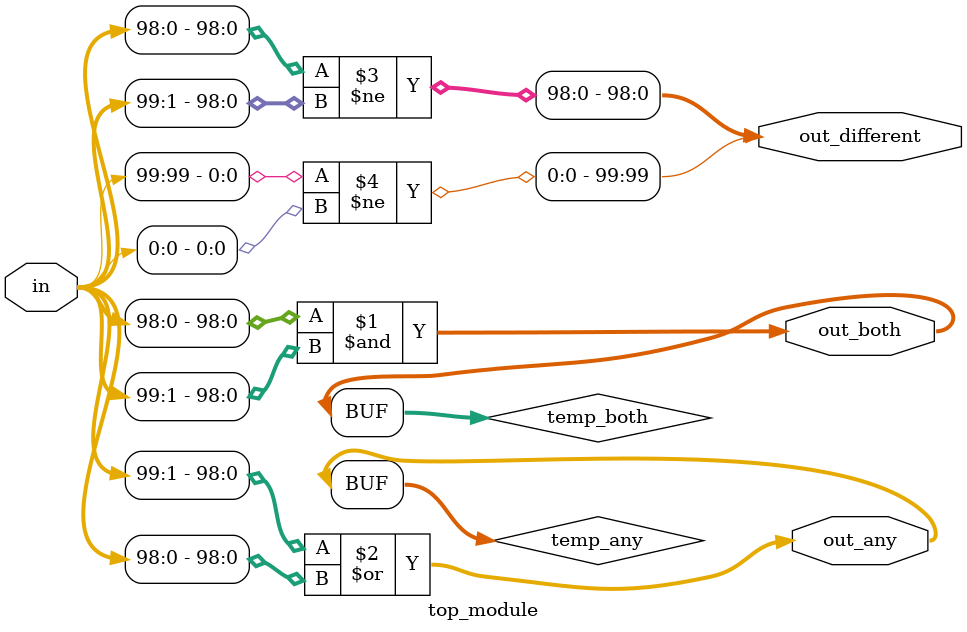
<source format=sv>
module top_module (
	input [99:0] in,
	output [98:0] out_both,
	output [99:1] out_any,
	output [99:0] out_different
);
	
	// Define intermediate wires
	wire [98:0] temp_both;
	wire [99:1] temp_any;
	
	// Check if both bits are '1'
	assign temp_both = in[98:0] & in[99:1];
	
	// Check if any bit is '1'
	assign temp_any = in[99:1] | in[98:0];
	
	// Check if bits are different
	assign out_different[98:0] = in[98:0] != in[99:1];
	assign out_different[99] = in[99] != in[0];
	
	// Assign outputs
	assign out_both = temp_both;
	assign out_any = temp_any;
	
endmodule

</source>
